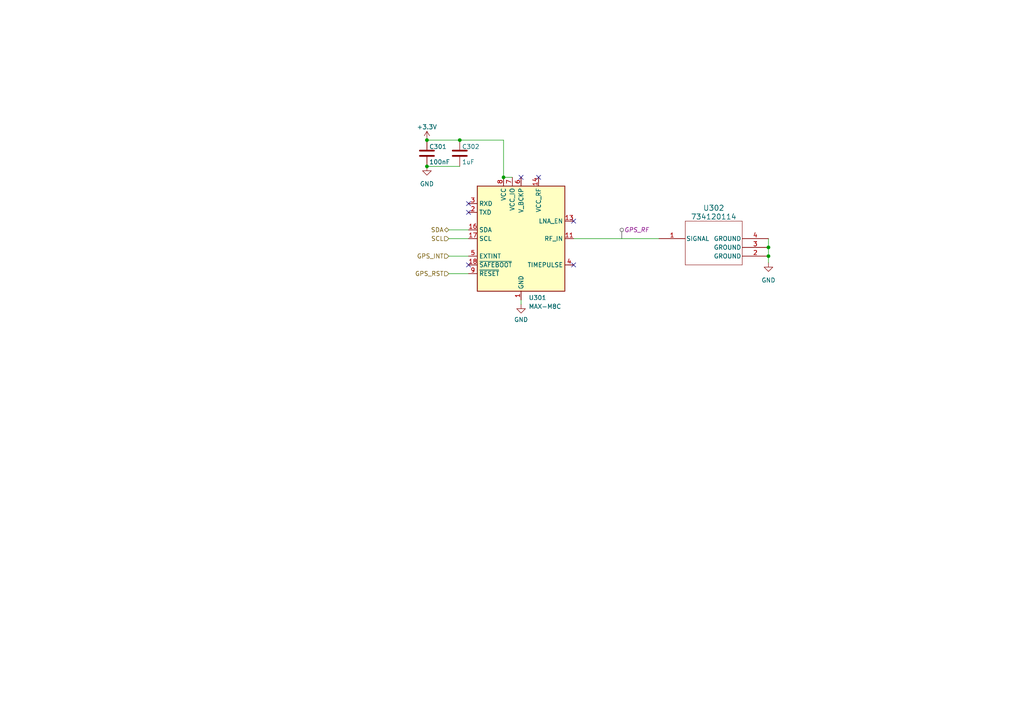
<source format=kicad_sch>
(kicad_sch (version 20231120) (generator "eeschema") (generator_version "8.0")
  (paper "A4")
  (lib_symbols
    (symbol "Connectors_RF:734120114" (pin_names (offset 0.254))
      (property "Reference" "U302" (at 25.4 9.525 0))
      (property "Value" "734120114" (at 25.4 6.985 0))
      (symbol "734120114_0_1"
        (polyline (pts (xy 7.62 -7.62) (xy 24.13 -7.62)) (stroke (width 0.127)))
        (polyline (pts (xy 7.62 5.08) (xy 7.62 -7.62)) (stroke (width 0.127)))
        (polyline (pts (xy 24.13 -7.62) (xy 24.13 5.08)) (stroke (width 0.127)))
        (polyline (pts (xy 24.13 5.08) (xy 7.62 5.08)) (stroke (width 0.127)))
        (pin bidirectional line (at 0 0 0) (length 7.62) (name "SIGNAL") (number "1"))
        (pin power_out line (at 31.75 -5.08 180) (length 7.62) (name "GROUND") (number "2"))
        (pin power_out line (at 31.75 -2.54 180) (length 7.62) (name "GROUND") (number "3"))
        (pin power_out line (at 31.75 0 180) (length 7.62) (name "GROUND") (number "4"))
      )
    )
    (symbol "Device:C" (pin_numbers hide) (pin_names (offset 0.254))
      (property "Reference" "C" (at 0.635 2.54 0))
      (property "Value" "C" (at 0.635 -2.54 0))
      (symbol "C_0_1"
        (polyline (pts (xy -2.032 -0.762) (xy 2.032 -0.762)) (stroke (width 0.508)))
        (polyline (pts (xy -2.032 0.762) (xy 2.032 0.762)) (stroke (width 0.508)))
      )
      (symbol "C_1_1"
        (pin passive line (at 0 3.81 270) (length 2.794) (name "~") (number "1"))
        (pin passive line (at 0 -3.81 90) (length 2.794) (name "~") (number "2"))
      )
    )
    (symbol "RF_GPS:MAX-M8C"
      (property "Reference" "U" (at -10.16 16.51 0))
      (property "Value" "MAX-M8C" (at 11.43 16.51 0))
      (symbol "MAX-M8C_0_1"
        (rectangle (start 12.7 15.24) (end -12.7 -15.24) (stroke (width 0.254)) (fill (type background)))
      )
      (symbol "MAX-M8C_1_1"
        (pin power_in line (at 0 -17.78 90) (length 2.54) (name "GND") (number "1"))
        (pin passive line (at 0 -17.78 90) (length 2.54) hide (name "GND") (number "10"))
        (pin input line (at 15.24 0 180) (length 2.54) (name "RF_IN") (number "11"))
        (pin passive line (at 0 -17.78 90) (length 2.54) hide (name "GND") (number "12"))
        (pin output line (at 15.24 5.08 180) (length 2.54) (name "LNA_EN") (number "13"))
        (pin power_out line (at 5.08 17.78 270) (length 2.54) (name "VCC_RF") (number "14"))
        (pin no_connect line (at 12.7 -5.08 180) (length 2.54) hide (name "Reserved") (number "15"))
        (pin bidirectional line (at -15.24 2.54 0) (length 2.54) (name "SDA") (number "16"))
        (pin input line (at -15.24 0 0) (length 2.54) (name "SCL") (number "17"))
        (pin input line (at -15.24 -7.62 0) (length 2.54) (name "~{SAFEBOOT}") (number "18"))
        (pin output line (at -15.24 7.62 0) (length 2.54) (name "TXD") (number "2"))
        (pin input line (at -15.24 10.16 0) (length 2.54) (name "RXD") (number "3"))
        (pin output line (at 15.24 -7.62 180) (length 2.54) (name "TIMEPULSE") (number "4"))
        (pin input line (at -15.24 -5.08 0) (length 2.54) (name "EXTINT") (number "5"))
        (pin power_in line (at 0 17.78 270) (length 2.54) (name "V_BCKP") (number "6"))
        (pin power_in line (at -2.54 17.78 270) (length 2.54) (name "VCC_IO") (number "7"))
        (pin power_in line (at -5.08 17.78 270) (length 2.54) (name "VCC") (number "8"))
        (pin input line (at -15.24 -10.16 0) (length 2.54) (name "~{RESET}") (number "9"))
      )
    )
    (symbol "power:+3.3V" (power) (pin_names (offset 0))
      (property "Value" "+3.3V" (at 0 3.556 0))
      (symbol "+3.3V_0_1"
        (polyline (pts (xy -0.762 1.27) (xy 0 2.54)))
        (polyline (pts (xy 0 0) (xy 0 2.54)))
        (polyline (pts (xy 0 2.54) (xy 0.762 1.27)))
      )
      (symbol "+3.3V_1_1"
        (pin power_in line (at 0 0 90) (length 0) hide (name "+3.3V") (number "1"))
      )
    )
    (symbol "power:GND" (power) (pin_names (offset 0))
      (property "Value" "GND" (at 0 -3.81 0))
      (symbol "GND_0_1"
        (polyline (pts (xy 0 0) (xy 0 -1.27) (xy 1.27 -1.27) (xy 0 -2.54) (xy -1.27 -1.27) (xy 0 -1.27)))
      )
      (symbol "GND_1_1"
        (pin power_in line (at 0 0 270) (length 0) hide (name "GND") (number "1"))
      )
    )
  )
  (junction (at 133.35 40.64))
  (junction (at 123.825 48.26))
  (junction (at 146.05 51.435))
  (junction (at 222.885 74.295))
  (junction (at 123.825 40.64))
  (junction (at 222.885 71.755))
  (no_connect (at 135.89 76.835))
  (no_connect (at 166.37 64.135))
  (no_connect (at 151.13 51.435))
  (no_connect (at 156.21 51.435))
  (no_connect (at 135.89 61.595))
  (no_connect (at 166.37 76.835))
  (no_connect (at 135.89 59.055))
  (wire (pts (xy 133.35 40.64) (xy 123.825 40.64)))
  (wire (pts (xy 130.175 66.675) (xy 135.89 66.675)))
  (wire (pts (xy 130.175 74.295) (xy 135.89 74.295)))
  (wire (pts (xy 130.175 79.375) (xy 135.89 79.375)))
  (wire (pts (xy 222.885 74.295) (xy 222.885 76.2)))
  (wire (pts (xy 146.05 40.64) (xy 133.35 40.64)))
  (wire (pts (xy 151.13 88.265) (xy 151.13 86.995)))
  (wire (pts (xy 123.825 48.26) (xy 133.35 48.26)))
  (wire (pts (xy 166.37 69.215) (xy 191.135 69.215)))
  (wire (pts (xy 146.05 40.64) (xy 146.05 51.435)))
  (wire (pts (xy 222.885 71.755) (xy 222.885 74.295)))
  (wire (pts (xy 146.05 51.435) (xy 148.59 51.435)))
  (wire (pts (xy 130.175 69.215) (xy 135.89 69.215)))
  (wire (pts (xy 222.885 69.215) (xy 222.885 71.755)))
  (hierarchical_label "GPS_INT" (shape input) (at 130.175 74.295 180))
  (hierarchical_label "GPS_RST" (shape input) (at 130.175 79.375 180))
  (hierarchical_label "SDA" (shape bidirectional) (at 130.175 66.675 180))
  (hierarchical_label "SCL" (shape input) (at 130.175 69.215 180))
  (netclass_flag "" (length 2.54) (shape round) (at 180.34 69.215 0) (property "Netclass" "GPS_RF" (at 181.0385 66.675 0) (effects (font (italic yes)) (justify left))))
  (symbol (lib_id "Connectors_RF:734120114") (at 191.135 69.215 0) (unit 1)
    (property "Reference" "U302" (at 207.01 60.325 0) (effects (font (size 1.524 1.524))))
    (property "Value" "734120114" (at 207.01 62.865 0) (effects (font (size 1.524 1.524))))
    (property "Footprint" "Connector_RF:73412-0114_MOL" (effects (hide yes)))
    (property "Datasheet" "734120114" (effects (hide yes)))
  )
  (symbol (lib_id "Device:C") (at 123.825 44.45 0) (unit 1)
    (property "Reference" "C301" (at 124.46 42.545 0) (effects (justify left)))
    (property "Value" "100nF" (at 124.46 46.99 0) (effects (justify left)))
    (property "Footprint" "Capacitor_SMD:C_0603_1608Metric" (effects (hide yes)))
  )
  (symbol (lib_id "Device:C") (at 133.35 44.45 0) (unit 1)
    (property "Reference" "C302" (at 133.985 42.545 0) (effects (justify left)))
    (property "Value" "1uF" (at 133.985 46.99 0) (effects (justify left)))
    (property "Footprint" "Capacitor_SMD:C_0603_1608Metric" (effects (hide yes)))
  )
  (symbol (lib_id "power:GND") (at 151.13 88.265 0) (unit 1)
    (property "Reference" "#PWR0301" (effects (hide yes)))
    (property "Value" "GND" (at 151.13 92.71 0))
  )
  (symbol (lib_id "power:GND") (at 123.825 48.26 0) (unit 1)
    (property "Reference" "#PWR0302" (effects (hide yes)))
    (property "Value" "GND" (at 123.825 53.34 0))
  )
  (symbol (lib_id "power:+3.3V") (at 123.825 40.64 0) (unit 1)
    (property "Reference" "#PWR0303" (effects (hide yes)))
    (property "Value" "+3.3V" (at 123.825 36.83 0))
  )
  (symbol (lib_id "power:GND") (at 222.885 76.2 0) (unit 1)
    (property "Reference" "#PWR0304" (effects (hide yes)))
    (property "Value" "GND" (at 222.885 81.28 0))
  )
  (symbol (lib_id "RF_GPS:MAX-M8C") (at 151.13 69.215 0) (unit 1)
    (property "Reference" "U301" (at 153.3241 86.36 0) (effects (justify left)))
    (property "Value" "MAX-M8C" (at 153.3241 88.9 0) (effects (justify left)))
    (property "Footprint" "RF_GPS:ublox_MAX" (effects (hide yes)))
    (property "Datasheet" "https://www.u-blox.com/sites/default/files/MAX-M8-FW3_DataSheet_%28UBX-15031506%29.pdf" (effects (hide yes)))
  )
)
</source>
